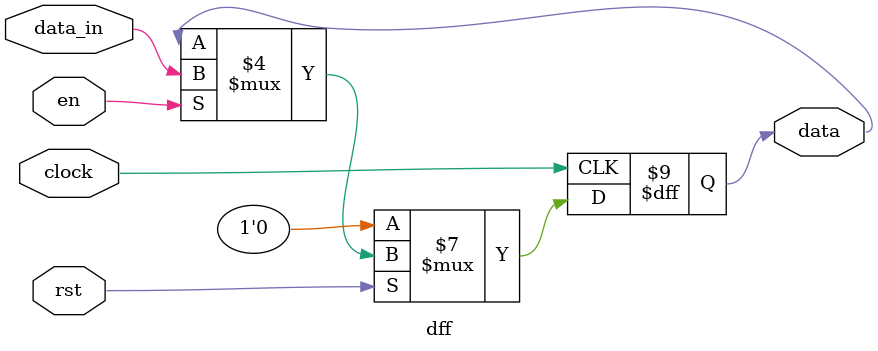
<source format=v>
module dff(clock,rst,en,data_in,data);

  input clock;
  input rst;
  input en;
  input data_in;
  
  output data;
  
  reg data;
  
  always@(posedge clock)
  begin
       if(!rst)
           data <= 1'b0;
       else if(en)
           data <= data_in;
       else
           data <= data;
  end
  
endmodule

</source>
